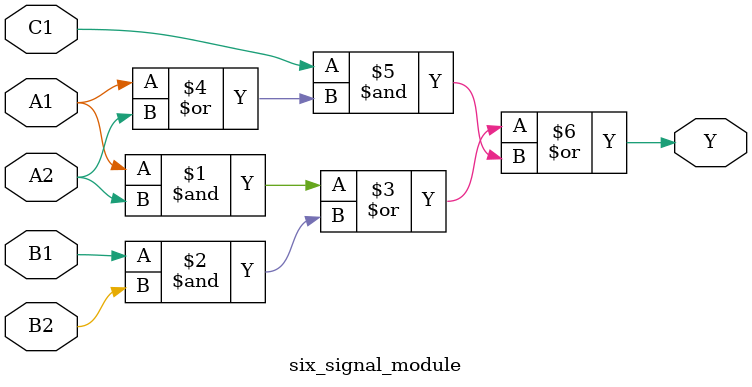
<source format=v>
module six_signal_module (
    input A1,
    input A2,
    input B1,
    input B2,
    input C1,
    output Y
);

    assign Y = (A1 & A2) | (B1 & B2) | (C1 & (A1 | A2));

endmodule
</source>
